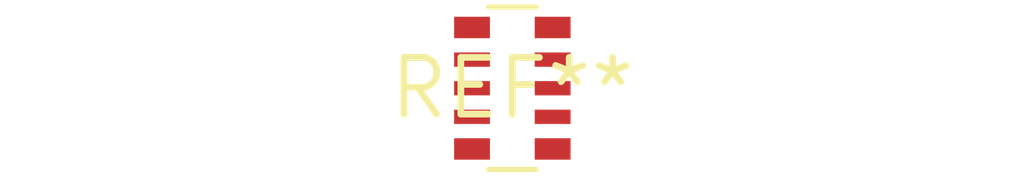
<source format=kicad_pcb>
(kicad_pcb (version 20240108) (generator pcbnew)
  (layers (0 "F.Cu" signal) (31 "B.Cu" signal) (34 "B.Paste" user) (35 "F.Paste" user) (36 "B.SilkS" user "B.Silkscreen") (37 "F.SilkS" user "F.Silkscreen") (38 "B.Mask" user) (39 "F.Mask" user) (44 "Edge.Cuts" user))
  (net 0 "")
  (footprint "R_Array_Convex_5x0603" (layer "F.Cu") (at 0 0)
    (property "Reference" "REF**")
    (property "Value" "R_Array_Convex_5x0603")
    (fp_line (start 0.53 -1.82) (end -0.53 -1.82) (layer "F.SilkS") (stroke (width 0.12)))
    (fp_line (start 0.53 1.82) (end -0.53 1.82) (layer "F.SilkS") (stroke (width 0.12)))
    (pad "1" smd rect (at -0.9 -1.36) (size 0.8 0.48) (layers "F.Cu" "F.Paste" "F.Mask"))
    (pad "2" smd rect (at -0.9 -0.64) (size 0.8 0.32) (layers "F.Cu" "F.Paste" "F.Mask"))
    (pad "3" smd rect (at -0.9 0) (size 0.8 0.32) (layers "F.Cu" "F.Paste" "F.Mask"))
    (pad "4" smd rect (at -0.9 0.64) (size 0.8 0.32) (layers "F.Cu" "F.Paste" "F.Mask"))
    (pad "5" smd rect (at -0.9 1.36) (size 0.8 0.48) (layers "F.Cu" "F.Paste" "F.Mask"))
    (pad "6" smd rect (at 0.9 1.36) (size 0.8 0.48) (layers "F.Cu" "F.Paste" "F.Mask"))
    (pad "7" smd rect (at 0.9 0.64) (size 0.8 0.32) (layers "F.Cu" "F.Paste" "F.Mask"))
    (pad "8" smd rect (at 0.9 0) (size 0.8 0.32) (layers "F.Cu" "F.Paste" "F.Mask"))
    (pad "9" smd rect (at 0.9 -0.64) (size 0.8 0.32) (layers "F.Cu" "F.Paste" "F.Mask"))
    (pad "10" smd rect (at 0.9 -1.36) (size 0.8 0.48) (layers "F.Cu" "F.Paste" "F.Mask"))
  )
)
</source>
